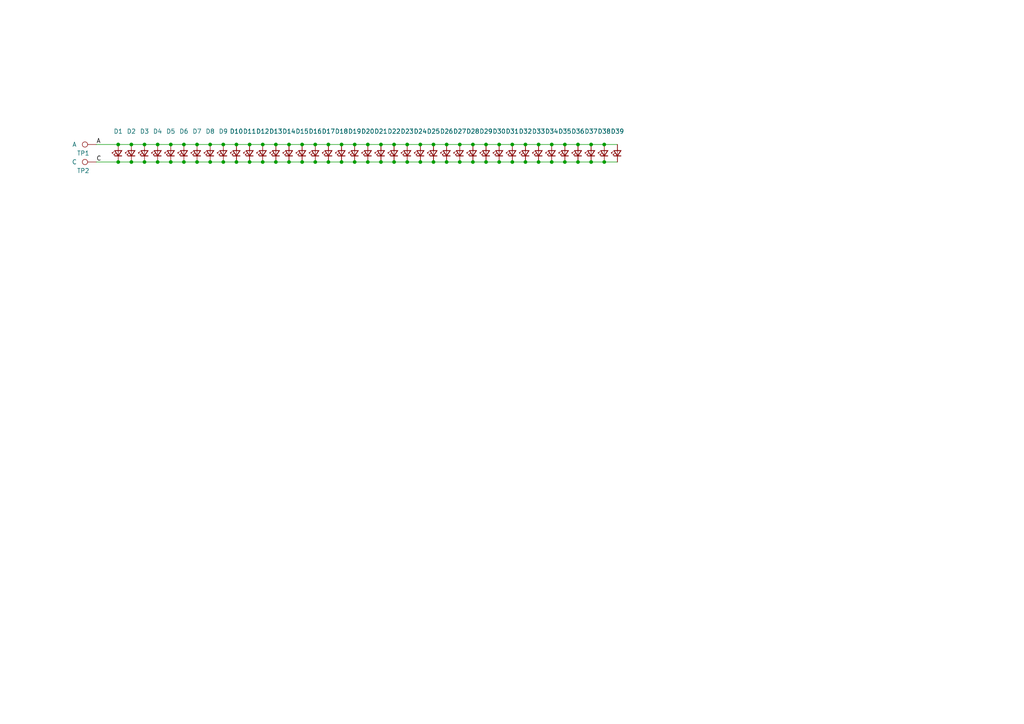
<source format=kicad_sch>
(kicad_sch (version 20250114) (generator "eeschema") (generator_version "9.0")
  (paper "A4")
  (lib_symbols
    (symbol "lib:TestPoint" (pin_numbers (hide yes)) (pin_names (offset 0.762) (hide yes))
      (property "Reference" "TP" (at 0 6.858 0))
      (property "Value" "TestPoint" (at 0 5.08 0))
      (symbol "TestPoint_0_1"
        (circle (center 0 3.302) (radius 0.762))
      )
      (symbol "TestPoint_1_1"
        (pin passive line (at 0 0 90) (length 2.54) (name "1") (number "1"))
      )
    )
    (symbol "lib:led_small" (pin_numbers (hide yes)) (pin_names (offset 0.254) (hide yes))
      (property "Reference" "D" (at -1.27 3.175 0))
      (property "Value" "led_small" (at -4.445 -2.54 0))
      (symbol "led_small_0_1"
        (polyline (pts (xy -0.762 -1.016) (xy -0.762 1.016)) (stroke (width 0.254)))
        (polyline (pts (xy 0 0.762) (xy -0.508 1.27) (xy -0.254 1.27) (xy -0.508 1.27) (xy -0.508 1.016)))
        (polyline (pts (xy 0.508 1.27) (xy 0 1.778) (xy 0.254 1.778) (xy 0 1.778) (xy 0 1.524)))
        (polyline (pts (xy 0.762 -1.016) (xy -0.762 0) (xy 0.762 1.016) (xy 0.762 -1.016)) (stroke (width 0.254)))
        (polyline (pts (xy 1.016 0) (xy -0.762 0)))
      )
      (symbol "led_small_1_1"
        (pin passive line (at -2.54 0 0) (length 1.778) (name "K") (number "1"))
        (pin passive line (at 2.54 0 180) (length 1.778) (name "A") (number "2"))
      )
    )
  )
  (junction (at 64.77 41.91))
  (junction (at 91.44 41.91))
  (junction (at 160.02 46.99))
  (junction (at 121.92 46.99))
  (junction (at 118.11 46.99))
  (junction (at 95.25 41.91))
  (junction (at 49.53 46.99))
  (junction (at 68.58 46.99))
  (junction (at 106.68 41.91))
  (junction (at 110.49 41.91))
  (junction (at 167.64 46.99))
  (junction (at 87.63 46.99))
  (junction (at 163.83 46.99))
  (junction (at 91.44 46.99))
  (junction (at 68.58 41.91))
  (junction (at 53.34 46.99))
  (junction (at 57.15 41.91))
  (junction (at 99.06 46.99))
  (junction (at 76.2 46.99))
  (junction (at 137.16 46.99))
  (junction (at 114.3 46.99))
  (junction (at 125.73 46.99))
  (junction (at 163.83 41.91))
  (junction (at 133.35 41.91))
  (junction (at 129.54 41.91))
  (junction (at 80.01 41.91))
  (junction (at 60.96 46.99))
  (junction (at 121.92 41.91))
  (junction (at 167.64 41.91))
  (junction (at 114.3 41.91))
  (junction (at 175.26 41.91))
  (junction (at 41.91 41.91))
  (junction (at 144.78 46.99))
  (junction (at 140.97 46.99))
  (junction (at 60.96 41.91))
  (junction (at 95.25 46.99))
  (junction (at 41.91 46.99))
  (junction (at 148.59 41.91))
  (junction (at 102.87 46.99))
  (junction (at 80.01 46.99))
  (junction (at 49.53 41.91))
  (junction (at 34.29 46.99))
  (junction (at 156.21 46.99))
  (junction (at 129.54 46.99))
  (junction (at 64.77 46.99))
  (junction (at 38.1 46.99))
  (junction (at 118.11 41.91))
  (junction (at 53.34 41.91))
  (junction (at 38.1 41.91))
  (junction (at 171.45 41.91))
  (junction (at 106.68 46.99))
  (junction (at 152.4 41.91))
  (junction (at 83.82 46.99))
  (junction (at 140.97 41.91))
  (junction (at 83.82 41.91))
  (junction (at 45.72 46.99))
  (junction (at 72.39 41.91))
  (junction (at 110.49 46.99))
  (junction (at 133.35 46.99))
  (junction (at 144.78 41.91))
  (junction (at 160.02 41.91))
  (junction (at 156.21 41.91))
  (junction (at 148.59 46.99))
  (junction (at 102.87 41.91))
  (junction (at 72.39 46.99))
  (junction (at 57.15 46.99))
  (junction (at 87.63 41.91))
  (junction (at 34.29 41.91))
  (junction (at 175.26 46.99))
  (junction (at 137.16 41.91))
  (junction (at 152.4 46.99))
  (junction (at 99.06 41.91))
  (junction (at 171.45 46.99))
  (junction (at 76.2 41.91))
  (junction (at 125.73 41.91))
  (junction (at 45.72 41.91))
  (wire (pts (xy 57.15 46.99) (xy 60.96 46.99)))
  (wire (pts (xy 167.64 41.91) (xy 171.45 41.91)))
  (wire (pts (xy 144.78 46.99) (xy 148.59 46.99)))
  (wire (pts (xy 167.64 46.99) (xy 171.45 46.99)))
  (wire (pts (xy 76.2 41.91) (xy 80.01 41.91)))
  (wire (pts (xy 163.83 46.99) (xy 167.64 46.99)))
  (wire (pts (xy 175.26 46.99) (xy 179.07 46.99)))
  (wire (pts (xy 45.72 41.91) (xy 49.53 41.91)))
  (wire (pts (xy 34.29 41.91) (xy 38.1 41.91)))
  (wire (pts (xy 99.06 46.99) (xy 102.87 46.99)))
  (wire (pts (xy 64.77 46.99) (xy 68.58 46.99)))
  (wire (pts (xy 60.96 41.91) (xy 64.77 41.91)))
  (wire (pts (xy 83.82 41.91) (xy 87.63 41.91)))
  (wire (pts (xy 91.44 41.91) (xy 95.25 41.91)))
  (wire (pts (xy 27.94 41.91) (xy 34.29 41.91)))
  (wire (pts (xy 95.25 41.91) (xy 99.06 41.91)))
  (wire (pts (xy 72.39 41.91) (xy 76.2 41.91)))
  (wire (pts (xy 49.53 46.99) (xy 53.34 46.99)))
  (wire (pts (xy 41.91 41.91) (xy 45.72 41.91)))
  (wire (pts (xy 137.16 41.91) (xy 140.97 41.91)))
  (wire (pts (xy 102.87 46.99) (xy 106.68 46.99)))
  (wire (pts (xy 137.16 46.99) (xy 140.97 46.99)))
  (wire (pts (xy 121.92 46.99) (xy 125.73 46.99)))
  (wire (pts (xy 106.68 46.99) (xy 110.49 46.99)))
  (wire (pts (xy 140.97 46.99) (xy 144.78 46.99)))
  (wire (pts (xy 99.06 41.91) (xy 102.87 41.91)))
  (wire (pts (xy 152.4 41.91) (xy 156.21 41.91)))
  (wire (pts (xy 144.78 41.91) (xy 148.59 41.91)))
  (wire (pts (xy 125.73 41.91) (xy 129.54 41.91)))
  (wire (pts (xy 175.26 41.91) (xy 179.07 41.91)))
  (wire (pts (xy 171.45 46.99) (xy 175.26 46.99)))
  (wire (pts (xy 53.34 41.91) (xy 57.15 41.91)))
  (wire (pts (xy 80.01 46.99) (xy 83.82 46.99)))
  (wire (pts (xy 34.29 46.99) (xy 38.1 46.99)))
  (wire (pts (xy 140.97 41.91) (xy 144.78 41.91)))
  (wire (pts (xy 148.59 41.91) (xy 152.4 41.91)))
  (wire (pts (xy 133.35 41.91) (xy 137.16 41.91)))
  (wire (pts (xy 129.54 41.91) (xy 133.35 41.91)))
  (wire (pts (xy 53.34 46.99) (xy 57.15 46.99)))
  (wire (pts (xy 68.58 46.99) (xy 72.39 46.99)))
  (wire (pts (xy 38.1 46.99) (xy 41.91 46.99)))
  (wire (pts (xy 83.82 46.99) (xy 87.63 46.99)))
  (wire (pts (xy 38.1 41.91) (xy 41.91 41.91)))
  (wire (pts (xy 148.59 46.99) (xy 152.4 46.99)))
  (wire (pts (xy 121.92 41.91) (xy 125.73 41.91)))
  (wire (pts (xy 60.96 46.99) (xy 64.77 46.99)))
  (wire (pts (xy 49.53 41.91) (xy 53.34 41.91)))
  (wire (pts (xy 160.02 46.99) (xy 163.83 46.99)))
  (wire (pts (xy 171.45 41.91) (xy 175.26 41.91)))
  (wire (pts (xy 114.3 41.91) (xy 118.11 41.91)))
  (wire (pts (xy 125.73 46.99) (xy 129.54 46.99)))
  (wire (pts (xy 110.49 46.99) (xy 114.3 46.99)))
  (wire (pts (xy 87.63 46.99) (xy 91.44 46.99)))
  (wire (pts (xy 160.02 41.91) (xy 163.83 41.91)))
  (wire (pts (xy 152.4 46.99) (xy 156.21 46.99)))
  (wire (pts (xy 68.58 41.91) (xy 72.39 41.91)))
  (wire (pts (xy 41.91 46.99) (xy 45.72 46.99)))
  (wire (pts (xy 118.11 46.99) (xy 121.92 46.99)))
  (wire (pts (xy 156.21 41.91) (xy 160.02 41.91)))
  (wire (pts (xy 106.68 41.91) (xy 110.49 41.91)))
  (wire (pts (xy 64.77 41.91) (xy 68.58 41.91)))
  (wire (pts (xy 129.54 46.99) (xy 133.35 46.99)))
  (wire (pts (xy 110.49 41.91) (xy 114.3 41.91)))
  (wire (pts (xy 102.87 41.91) (xy 106.68 41.91)))
  (wire (pts (xy 118.11 41.91) (xy 121.92 41.91)))
  (wire (pts (xy 45.72 46.99) (xy 49.53 46.99)))
  (wire (pts (xy 27.94 46.99) (xy 34.29 46.99)))
  (wire (pts (xy 72.39 46.99) (xy 76.2 46.99)))
  (wire (pts (xy 91.44 46.99) (xy 95.25 46.99)))
  (wire (pts (xy 156.21 46.99) (xy 160.02 46.99)))
  (wire (pts (xy 114.3 46.99) (xy 118.11 46.99)))
  (wire (pts (xy 133.35 46.99) (xy 137.16 46.99)))
  (wire (pts (xy 95.25 46.99) (xy 99.06 46.99)))
  (wire (pts (xy 80.01 41.91) (xy 83.82 41.91)))
  (wire (pts (xy 87.63 41.91) (xy 91.44 41.91)))
  (wire (pts (xy 76.2 46.99) (xy 80.01 46.99)))
  (wire (pts (xy 57.15 41.91) (xy 60.96 41.91)))
  (wire (pts (xy 163.83 41.91) (xy 167.64 41.91)))
  (label "C" (at 27.94 46.99 0))
  (label "A" (at 27.94 41.91 0))
  (symbol (lib_id "lib:led_small") (at 167.64 44.45 90) (unit 1)
    (property "Reference" "D36" (at 167.64 38.1 90))
    (property "Value" "led_small" (effects (hide yes)))
    (property "Footprint" "lib:LED_0603_1608Metric" (effects (hide yes)))
    (property "Description" "Light emitting diode, small symbol" (effects (hide yes)))
    (property "Sim.Pin" "1=K 2=A" (effects (hide yes)))
  )
  (symbol (lib_id "lib:led_small") (at 156.21 44.45 90) (unit 1)
    (property "Reference" "D33" (at 156.21 38.1 90))
    (property "Value" "led_small" (effects (hide yes)))
    (property "Footprint" "lib:LED_0603_1608Metric" (effects (hide yes)))
    (property "Description" "Light emitting diode, small symbol" (effects (hide yes)))
    (property "Sim.Pin" "1=K 2=A" (effects (hide yes)))
  )
  (symbol (lib_id "lib:led_small") (at 76.2 44.45 90) (unit 1)
    (property "Reference" "D12" (at 76.2 38.1 90))
    (property "Value" "led_small" (effects (hide yes)))
    (property "Footprint" "lib:LED_0603_1608Metric" (effects (hide yes)))
    (property "Description" "Light emitting diode, small symbol" (effects (hide yes)))
    (property "Sim.Pin" "1=K 2=A" (effects (hide yes)))
  )
  (symbol (lib_id "lib:led_small") (at 114.3 44.45 90) (unit 1)
    (property "Reference" "D22" (at 114.3 38.1 90))
    (property "Value" "led_small" (effects (hide yes)))
    (property "Footprint" "lib:LED_0603_1608Metric" (effects (hide yes)))
    (property "Description" "Light emitting diode, small symbol" (effects (hide yes)))
    (property "Sim.Pin" "1=K 2=A" (effects (hide yes)))
  )
  (symbol (lib_id "lib:led_small") (at 34.29 44.45 90) (unit 1)
    (property "Reference" "D1" (at 34.29 38.1 90))
    (property "Value" "led_small" (effects (hide yes)))
    (property "Footprint" "lib:LED_0603_1608Metric" (effects (hide yes)))
    (property "Description" "Light emitting diode, small symbol" (effects (hide yes)))
    (property "Sim.Pin" "1=K 2=A" (effects (hide yes)))
  )
  (symbol (lib_id "lib:led_small") (at 68.58 44.45 90) (unit 1)
    (property "Reference" "D10" (at 68.58 38.1 90))
    (property "Value" "led_small" (effects (hide yes)))
    (property "Footprint" "lib:LED_0603_1608Metric" (effects (hide yes)))
    (property "Description" "Light emitting diode, small symbol" (effects (hide yes)))
    (property "Sim.Pin" "1=K 2=A" (effects (hide yes)))
  )
  (symbol (lib_id "lib:led_small") (at 53.34 44.45 90) (unit 1)
    (property "Reference" "D6" (at 53.34 38.1 90))
    (property "Value" "led_small" (effects (hide yes)))
    (property "Footprint" "lib:LED_0603_1608Metric" (effects (hide yes)))
    (property "Description" "Light emitting diode, small symbol" (effects (hide yes)))
    (property "Sim.Pin" "1=K 2=A" (effects (hide yes)))
  )
  (symbol (lib_id "lib:led_small") (at 64.77 44.45 90) (unit 1)
    (property "Reference" "D9" (at 64.77 38.1 90))
    (property "Value" "led_small" (effects (hide yes)))
    (property "Footprint" "lib:LED_0603_1608Metric" (effects (hide yes)))
    (property "Description" "Light emitting diode, small symbol" (effects (hide yes)))
    (property "Sim.Pin" "1=K 2=A" (effects (hide yes)))
  )
  (symbol (lib_id "lib:led_small") (at 179.07 44.45 90) (unit 1)
    (property "Reference" "D39" (at 179.07 38.1 90))
    (property "Value" "led_small" (effects (hide yes)))
    (property "Footprint" "lib:LED_0603_1608Metric" (effects (hide yes)))
    (property "Description" "Light emitting diode, small symbol" (effects (hide yes)))
    (property "Sim.Pin" "1=K 2=A" (effects (hide yes)))
  )
  (symbol (lib_id "lib:TestPoint") (at 27.94 46.99 90) (unit 1)
    (property "Reference" "TP2" (at 24.13 49.53 90))
    (property "Value" "C" (at 21.59 46.99 90))
    (property "Footprint" "lib:TestPoint_Pad_D3.0mm" (effects (hide yes)))
    (property "Description" "test point" (effects (hide yes)))
  )
  (symbol (lib_id "lib:led_small") (at 175.26 44.45 90) (unit 1)
    (property "Reference" "D38" (at 175.26 38.1 90))
    (property "Value" "led_small" (effects (hide yes)))
    (property "Footprint" "lib:LED_0603_1608Metric" (effects (hide yes)))
    (property "Description" "Light emitting diode, small symbol" (effects (hide yes)))
    (property "Sim.Pin" "1=K 2=A" (effects (hide yes)))
  )
  (symbol (lib_id "lib:led_small") (at 80.01 44.45 90) (unit 1)
    (property "Reference" "D13" (at 80.01 38.1 90))
    (property "Value" "led_small" (effects (hide yes)))
    (property "Footprint" "lib:LED_0603_1608Metric" (effects (hide yes)))
    (property "Description" "Light emitting diode, small symbol" (effects (hide yes)))
    (property "Sim.Pin" "1=K 2=A" (effects (hide yes)))
  )
  (symbol (lib_id "lib:led_small") (at 125.73 44.45 90) (unit 1)
    (property "Reference" "D25" (at 125.73 38.1 90))
    (property "Value" "led_small" (effects (hide yes)))
    (property "Footprint" "lib:LED_0603_1608Metric" (effects (hide yes)))
    (property "Description" "Light emitting diode, small symbol" (effects (hide yes)))
    (property "Sim.Pin" "1=K 2=A" (effects (hide yes)))
  )
  (symbol (lib_id "lib:led_small") (at 41.91 44.45 90) (unit 1)
    (property "Reference" "D3" (at 41.91 38.1 90))
    (property "Value" "led_small" (effects (hide yes)))
    (property "Footprint" "lib:LED_0603_1608Metric" (effects (hide yes)))
    (property "Description" "Light emitting diode, small symbol" (effects (hide yes)))
    (property "Sim.Pin" "1=K 2=A" (effects (hide yes)))
  )
  (symbol (lib_id "lib:led_small") (at 110.49 44.45 90) (unit 1)
    (property "Reference" "D21" (at 110.49 38.1 90))
    (property "Value" "led_small" (effects (hide yes)))
    (property "Footprint" "lib:LED_0603_1608Metric" (effects (hide yes)))
    (property "Description" "Light emitting diode, small symbol" (effects (hide yes)))
    (property "Sim.Pin" "1=K 2=A" (effects (hide yes)))
  )
  (symbol (lib_id "lib:led_small") (at 72.39 44.45 90) (unit 1)
    (property "Reference" "D11" (at 72.39 38.1 90))
    (property "Value" "led_small" (effects (hide yes)))
    (property "Footprint" "lib:LED_0603_1608Metric" (effects (hide yes)))
    (property "Description" "Light emitting diode, small symbol" (effects (hide yes)))
    (property "Sim.Pin" "1=K 2=A" (effects (hide yes)))
  )
  (symbol (lib_id "lib:led_small") (at 45.72 44.45 90) (unit 1)
    (property "Reference" "D4" (at 45.72 38.1 90))
    (property "Value" "led_small" (effects (hide yes)))
    (property "Footprint" "lib:LED_0603_1608Metric" (effects (hide yes)))
    (property "Description" "Light emitting diode, small symbol" (effects (hide yes)))
    (property "Sim.Pin" "1=K 2=A" (effects (hide yes)))
  )
  (symbol (lib_id "lib:led_small") (at 99.06 44.45 90) (unit 1)
    (property "Reference" "D18" (at 99.06 38.1 90))
    (property "Value" "led_small" (effects (hide yes)))
    (property "Footprint" "lib:LED_0603_1608Metric" (effects (hide yes)))
    (property "Description" "Light emitting diode, small symbol" (effects (hide yes)))
    (property "Sim.Pin" "1=K 2=A" (effects (hide yes)))
  )
  (symbol (lib_id "lib:led_small") (at 121.92 44.45 90) (unit 1)
    (property "Reference" "D24" (at 121.92 38.1 90))
    (property "Value" "led_small" (effects (hide yes)))
    (property "Footprint" "lib:LED_0603_1608Metric" (effects (hide yes)))
    (property "Description" "Light emitting diode, small symbol" (effects (hide yes)))
    (property "Sim.Pin" "1=K 2=A" (effects (hide yes)))
  )
  (symbol (lib_id "lib:led_small") (at 144.78 44.45 90) (unit 1)
    (property "Reference" "D30" (at 144.78 38.1 90))
    (property "Value" "led_small" (effects (hide yes)))
    (property "Footprint" "lib:LED_0603_1608Metric" (effects (hide yes)))
    (property "Description" "Light emitting diode, small symbol" (effects (hide yes)))
    (property "Sim.Pin" "1=K 2=A" (effects (hide yes)))
  )
  (symbol (lib_id "lib:led_small") (at 83.82 44.45 90) (unit 1)
    (property "Reference" "D14" (at 83.82 38.1 90))
    (property "Value" "led_small" (effects (hide yes)))
    (property "Footprint" "lib:LED_0603_1608Metric" (effects (hide yes)))
    (property "Description" "Light emitting diode, small symbol" (effects (hide yes)))
    (property "Sim.Pin" "1=K 2=A" (effects (hide yes)))
  )
  (symbol (lib_id "lib:led_small") (at 91.44 44.45 90) (unit 1)
    (property "Reference" "D16" (at 91.44 38.1 90))
    (property "Value" "led_small" (effects (hide yes)))
    (property "Footprint" "lib:LED_0603_1608Metric" (effects (hide yes)))
    (property "Description" "Light emitting diode, small symbol" (effects (hide yes)))
    (property "Sim.Pin" "1=K 2=A" (effects (hide yes)))
  )
  (symbol (lib_id "lib:led_small") (at 160.02 44.45 90) (unit 1)
    (property "Reference" "D34" (at 160.02 38.1 90))
    (property "Value" "led_small" (effects (hide yes)))
    (property "Footprint" "lib:LED_0603_1608Metric" (effects (hide yes)))
    (property "Description" "Light emitting diode, small symbol" (effects (hide yes)))
    (property "Sim.Pin" "1=K 2=A" (effects (hide yes)))
  )
  (symbol (lib_id "lib:led_small") (at 60.96 44.45 90) (unit 1)
    (property "Reference" "D8" (at 60.96 38.1 90))
    (property "Value" "led_small" (effects (hide yes)))
    (property "Footprint" "lib:LED_0603_1608Metric" (effects (hide yes)))
    (property "Description" "Light emitting diode, small symbol" (effects (hide yes)))
    (property "Sim.Pin" "1=K 2=A" (effects (hide yes)))
  )
  (symbol (lib_id "lib:led_small") (at 118.11 44.45 90) (unit 1)
    (property "Reference" "D23" (at 118.11 38.1 90))
    (property "Value" "led_small" (effects (hide yes)))
    (property "Footprint" "lib:LED_0603_1608Metric" (effects (hide yes)))
    (property "Description" "Light emitting diode, small symbol" (effects (hide yes)))
    (property "Sim.Pin" "1=K 2=A" (effects (hide yes)))
  )
  (symbol (lib_id "lib:led_small") (at 87.63 44.45 90) (unit 1)
    (property "Reference" "D15" (at 87.63 38.1 90))
    (property "Value" "led_small" (effects (hide yes)))
    (property "Footprint" "lib:LED_0603_1608Metric" (effects (hide yes)))
    (property "Description" "Light emitting diode, small symbol" (effects (hide yes)))
    (property "Sim.Pin" "1=K 2=A" (effects (hide yes)))
  )
  (symbol (lib_id "lib:led_small") (at 57.15 44.45 90) (unit 1)
    (property "Reference" "D7" (at 57.15 38.1 90))
    (property "Value" "led_small" (effects (hide yes)))
    (property "Footprint" "lib:LED_0603_1608Metric" (effects (hide yes)))
    (property "Description" "Light emitting diode, small symbol" (effects (hide yes)))
    (property "Sim.Pin" "1=K 2=A" (effects (hide yes)))
  )
  (symbol (lib_id "lib:led_small") (at 102.87 44.45 90) (unit 1)
    (property "Reference" "D19" (at 102.87 38.1 90))
    (property "Value" "led_small" (effects (hide yes)))
    (property "Footprint" "lib:LED_0603_1608Metric" (effects (hide yes)))
    (property "Description" "Light emitting diode, small symbol" (effects (hide yes)))
    (property "Sim.Pin" "1=K 2=A" (effects (hide yes)))
  )
  (symbol (lib_id "lib:led_small") (at 140.97 44.45 90) (unit 1)
    (property "Reference" "D29" (at 140.97 38.1 90))
    (property "Value" "led_small" (effects (hide yes)))
    (property "Footprint" "lib:LED_0603_1608Metric" (effects (hide yes)))
    (property "Description" "Light emitting diode, small symbol" (effects (hide yes)))
    (property "Sim.Pin" "1=K 2=A" (effects (hide yes)))
  )
  (symbol (lib_id "lib:led_small") (at 129.54 44.45 90) (unit 1)
    (property "Reference" "D26" (at 129.54 38.1 90))
    (property "Value" "led_small" (effects (hide yes)))
    (property "Footprint" "lib:LED_0603_1608Metric" (effects (hide yes)))
    (property "Description" "Light emitting diode, small symbol" (effects (hide yes)))
    (property "Sim.Pin" "1=K 2=A" (effects (hide yes)))
  )
  (symbol (lib_id "lib:led_small") (at 152.4 44.45 90) (unit 1)
    (property "Reference" "D32" (at 152.4 38.1 90))
    (property "Value" "led_small" (effects (hide yes)))
    (property "Footprint" "lib:LED_0603_1608Metric" (effects (hide yes)))
    (property "Description" "Light emitting diode, small symbol" (effects (hide yes)))
    (property "Sim.Pin" "1=K 2=A" (effects (hide yes)))
  )
  (symbol (lib_id "lib:led_small") (at 137.16 44.45 90) (unit 1)
    (property "Reference" "D28" (at 137.16 38.1 90))
    (property "Value" "led_small" (effects (hide yes)))
    (property "Footprint" "lib:LED_0603_1608Metric" (effects (hide yes)))
    (property "Description" "Light emitting diode, small symbol" (effects (hide yes)))
    (property "Sim.Pin" "1=K 2=A" (effects (hide yes)))
  )
  (symbol (lib_id "lib:led_small") (at 163.83 44.45 90) (unit 1)
    (property "Reference" "D35" (at 163.83 38.1 90))
    (property "Value" "led_small" (effects (hide yes)))
    (property "Footprint" "lib:LED_0603_1608Metric" (effects (hide yes)))
    (property "Description" "Light emitting diode, small symbol" (effects (hide yes)))
    (property "Sim.Pin" "1=K 2=A" (effects (hide yes)))
  )
  (symbol (lib_id "lib:led_small") (at 171.45 44.45 90) (unit 1)
    (property "Reference" "D37" (at 171.45 38.1 90))
    (property "Value" "led_small" (effects (hide yes)))
    (property "Footprint" "lib:LED_0603_1608Metric" (effects (hide yes)))
    (property "Description" "Light emitting diode, small symbol" (effects (hide yes)))
    (property "Sim.Pin" "1=K 2=A" (effects (hide yes)))
  )
  (symbol (lib_id "lib:led_small") (at 49.53 44.45 90) (unit 1)
    (property "Reference" "D5" (at 49.53 38.1 90))
    (property "Value" "led_small" (effects (hide yes)))
    (property "Footprint" "lib:LED_0603_1608Metric" (effects (hide yes)))
    (property "Description" "Light emitting diode, small symbol" (effects (hide yes)))
    (property "Sim.Pin" "1=K 2=A" (effects (hide yes)))
  )
  (symbol (lib_id "lib:led_small") (at 133.35 44.45 90) (unit 1)
    (property "Reference" "D27" (at 133.35 38.1 90))
    (property "Value" "led_small" (effects (hide yes)))
    (property "Footprint" "lib:LED_0603_1608Metric" (effects (hide yes)))
    (property "Description" "Light emitting diode, small symbol" (effects (hide yes)))
    (property "Sim.Pin" "1=K 2=A" (effects (hide yes)))
  )
  (symbol (lib_id "lib:led_small") (at 38.1 44.45 90) (unit 1)
    (property "Reference" "D2" (at 38.1 38.1 90))
    (property "Value" "led_small" (effects (hide yes)))
    (property "Footprint" "lib:LED_0603_1608Metric" (effects (hide yes)))
    (property "Description" "Light emitting diode, small symbol" (effects (hide yes)))
    (property "Sim.Pin" "1=K 2=A" (effects (hide yes)))
  )
  (symbol (lib_id "lib:led_small") (at 148.59 44.45 90) (unit 1)
    (property "Reference" "D31" (at 148.59 38.1 90))
    (property "Value" "led_small" (effects (hide yes)))
    (property "Footprint" "lib:LED_0603_1608Metric" (effects (hide yes)))
    (property "Description" "Light emitting diode, small symbol" (effects (hide yes)))
    (property "Sim.Pin" "1=K 2=A" (effects (hide yes)))
  )
  (symbol (lib_id "lib:led_small") (at 95.25 44.45 90) (unit 1)
    (property "Reference" "D17" (at 95.25 38.1 90))
    (property "Value" "led_small" (effects (hide yes)))
    (property "Footprint" "lib:LED_0603_1608Metric" (effects (hide yes)))
    (property "Description" "Light emitting diode, small symbol" (effects (hide yes)))
    (property "Sim.Pin" "1=K 2=A" (effects (hide yes)))
  )
  (symbol (lib_id "lib:TestPoint") (at 27.94 41.91 90) (unit 1)
    (property "Reference" "TP1" (at 24.13 44.45 90))
    (property "Value" "A" (at 21.59 41.91 90))
    (property "Footprint" "lib:TestPoint_Pad_D3.0mm" (effects (hide yes)))
    (property "Description" "test point" (effects (hide yes)))
  )
  (symbol (lib_id "lib:led_small") (at 106.68 44.45 90) (unit 1)
    (property "Reference" "D20" (at 106.68 38.1 90))
    (property "Value" "led_small" (effects (hide yes)))
    (property "Footprint" "lib:LED_0603_1608Metric" (effects (hide yes)))
    (property "Description" "Light emitting diode, small symbol" (effects (hide yes)))
    (property "Sim.Pin" "1=K 2=A" (effects (hide yes)))
  )
)
</source>
